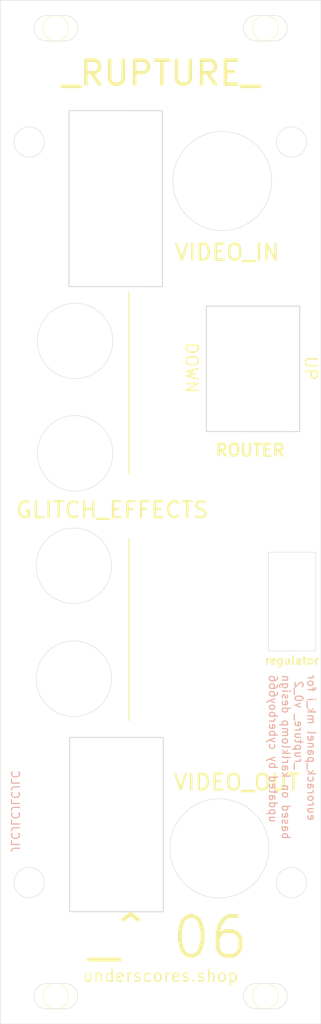
<source format=kicad_pcb>
(kicad_pcb (version 20211014) (generator pcbnew)

  (general
    (thickness 1.6)
  )

  (paper "A4")
  (title_block
    (title "_rupture_")
    (date "2022-02-22")
    (rev "v0_2")
    (company "updated by cyberboy666")
    (comment 1 "based on karlklomp design")
    (comment 2 "CC-BY-SA")
  )

  (layers
    (0 "F.Cu" signal)
    (31 "B.Cu" signal)
    (32 "B.Adhes" user "B.Adhesive")
    (33 "F.Adhes" user "F.Adhesive")
    (34 "B.Paste" user)
    (35 "F.Paste" user)
    (36 "B.SilkS" user "B.Silkscreen")
    (37 "F.SilkS" user "F.Silkscreen")
    (38 "B.Mask" user)
    (39 "F.Mask" user)
    (40 "Dwgs.User" user "User.Drawings")
    (41 "Cmts.User" user "User.Comments")
    (42 "Eco1.User" user "User.Eco1")
    (43 "Eco2.User" user "User.Eco2")
    (44 "Edge.Cuts" user)
    (45 "Margin" user)
    (46 "B.CrtYd" user "B.Courtyard")
    (47 "F.CrtYd" user "F.Courtyard")
    (48 "B.Fab" user)
    (49 "F.Fab" user)
  )

  (setup
    (pad_to_mask_clearance 0.051)
    (solder_mask_min_width 0.25)
    (pcbplotparams
      (layerselection 0x0001020_7ffffffe)
      (disableapertmacros false)
      (usegerberextensions false)
      (usegerberattributes false)
      (usegerberadvancedattributes false)
      (creategerberjobfile false)
      (svguseinch false)
      (svgprecision 6)
      (excludeedgelayer false)
      (plotframeref false)
      (viasonmask false)
      (mode 1)
      (useauxorigin false)
      (hpglpennumber 1)
      (hpglpenspeed 20)
      (hpglpendiameter 15.000000)
      (dxfpolygonmode true)
      (dxfimperialunits true)
      (dxfusepcbnewfont true)
      (psnegative false)
      (psa4output false)
      (plotreference true)
      (plotvalue false)
      (plotinvisibletext false)
      (sketchpadsonfab false)
      (subtractmaskfromsilk false)
      (outputformat 3)
      (mirror false)
      (drillshape 0)
      (scaleselection 1)
      (outputdirectory "./rupture_v0_2_eurorack_panel_mk_i")
    )
  )

  (net 0 "")

  (gr_line (start 86.05 105.2) (end 86.05 82.35) (layer "F.SilkS") (width 0.12) (tstamp 3ea84e67-fb70-4e10-b9af-703cae8c257f))
  (gr_line (start 86.05 136.15) (end 86.05 113.3) (layer "F.SilkS") (width 0.12) (tstamp 90bc3e22-e102-4aee-9438-696802836807))
  (gr_circle (center 103.2 49.2) (end 104.8 49.2) (layer "F.SilkS") (width 0.05) (fill none) (tstamp 951b30ef-316f-4d04-820b-ef906e6776e1))
  (gr_circle (center 76.85 49.2) (end 78.45 49.2) (layer "F.SilkS") (width 0.05) (fill none) (tstamp c2a1356f-f367-410f-ad60-875d84d774c2))
  (gr_circle (center 76.85 170.75) (end 78.45 170.75) (layer "F.SilkS") (width 0.05) (fill none) (tstamp c4f1fc4a-b8ec-404c-98e6-1ad76778d077))
  (gr_circle (center 103.2 170.75) (end 104.8 170.75) (layer "F.SilkS") (width 0.05) (fill none) (tstamp d73f75ca-4cf8-4421-bc46-5a0c92b28801))
  (gr_circle (center 97.789641 68.39) (end 93.959641 73.291425) (layer "Edge.Cuts") (width 0.05) (fill none) (tstamp 00000000-0000-0000-0000-00006216a417))
  (gr_circle (center 79.11 130.889771) (end 74.94 133.143851) (layer "Edge.Cuts") (width 0.05) (fill none) (tstamp 00000000-0000-0000-0000-000062170556))
  (gr_circle (center 79.27 102.589771) (end 75.1 104.843851) (layer "Edge.Cuts") (width 0.05) (fill none) (tstamp 00000000-0000-0000-0000-000062170558))
  (gr_circle (center 79.27 88.479771) (end 75.1 90.733851) (layer "Edge.Cuts") (width 0.05) (fill none) (tstamp 00000000-0000-0000-0000-00006217055a))
  (gr_line (start 95.78 84.1) (end 107.54 84.1) (layer "Edge.Cuts") (width 0.1) (tstamp 00000000-0000-0000-0000-000062170988))
  (gr_line (start 95.78 90.73) (end 95.78 84.1) (layer "Edge.Cuts") (width 0.1) (tstamp 00000000-0000-0000-0000-000062170989))
  (gr_line (start 107.54 84.1) (end 107.54 90.74) (layer "Edge.Cuts") (width 0.1) (tstamp 00000000-0000-0000-0000-00006217098a))
  (gr_line (start 90.26 59.56) (end 90.26 75.05) (layer "Edge.Cuts") (width 0.1) (tstamp 00000000-0000-0000-0000-000062170990))
  (gr_line (start 78.5 59.55) (end 90.26 59.56) (layer "Edge.Cuts") (width 0.1) (tstamp 00000000-0000-0000-0000-000062170992))
  (gr_line (start 78.5 66.14) (end 78.5 59.55) (layer "Edge.Cuts") (width 0.1) (tstamp 00000000-0000-0000-0000-000062170993))
  (gr_line (start 78.5 81.65) (end 78.5 66.14) (layer "Edge.Cuts") (width 0.1) (tstamp 00000000-0000-0000-0000-0000621709aa))
  (gr_line (start 90.26 81.66) (end 78.5 81.65) (layer "Edge.Cuts") (width 0.1) (tstamp 00000000-0000-0000-0000-0000621709ab))
  (gr_line (start 90.26 75.05) (end 90.26 81.66) (layer "Edge.Cuts") (width 0.1) (tstamp 00000000-0000-0000-0000-0000621709ac))
  (gr_line (start 78.6 153.53) (end 78.6 138.25) (layer "Edge.Cuts") (width 0.1) (tstamp 00000000-0000-0000-0000-0000621709b3))
  (gr_line (start 90.36 138.26) (end 90.36 153.54) (layer "Edge.Cuts") (width 0.1) (tstamp 00000000-0000-0000-0000-0000621709b4))
  (gr_line (start 78.6 138.25) (end 90.36 138.26) (layer "Edge.Cuts") (width 0.1) (tstamp 00000000-0000-0000-0000-0000621709b5))
  (gr_line (start 78.6 160.15) (end 78.6 153.53) (layer "Edge.Cuts") (width 0.1) (tstamp 00000000-0000-0000-0000-0000621709c2))
  (gr_line (start 90.36 153.54) (end 90.36 160.16) (layer "Edge.Cuts") (width 0.1) (tstamp 00000000-0000-0000-0000-0000621709c3))
  (gr_line (start 90.36 160.16) (end 78.6 160.15) (layer "Edge.Cuts") (width 0.1) (tstamp 00000000-0000-0000-0000-0000621709c4))
  (gr_arc (start 104.35 47.6) (mid 105.95 49.2) (end 104.35 50.8) (layer "Edge.Cuts") (width 0.05) (tstamp 09a4d9e5-b84d-41b2-adc9-afda642b9789))
  (gr_line (start 78 172.35) (end 75.7 172.35) (layer "Edge.Cuts") (width 0.05) (tstamp 0beb5b6f-f4e8-40fe-bf0a-3d2d188a75cd))
  (gr_line (start 110.2 174.25) (end 110.2 45.682234) (layer "Edge.Cuts") (width 0.05) (tstamp 1626ee28-ac78-4679-b7d2-8b55cddb73a3))
  (gr_circle (center 79.11 116.71592) (end 74.94 118.97) (layer "Edge.Cuts") (width 0.05) (fill none) (tstamp 1df2ef64-9b2f-4c04-a64d-35583c95f01a))
  (gr_line (start 69.85 45.682234) (end 110.2 45.682234) (layer "Edge.Cuts") (width 0.05) (tstamp 1ed13bab-647b-45c1-adf1-72488e89eba2))
  (gr_line (start 103.6 127.4) (end 109.55 127.4) (layer "Edge.Cuts") (width 0.05) (tstamp 2f4c673a-4ed8-4bc4-85bd-ea4e59b33318))
  (gr_line (start 103.6 115) (end 103.6 127.4) (layer "Edge.Cuts") (width 0.05) (tstamp 33791771-085b-453e-a681-23dc4538391b))
  (gr_arc (start 75.7 172.35) (mid 74.1 170.75) (end 75.7 169.15) (layer "Edge.Cuts") (width 0.05) (tstamp 341c7da5-4459-4673-a222-859fe633c5ac))
  (gr_line (start 104.35 47.6) (end 102.05 47.6) (layer "Edge.Cuts") (width 0.05) (tstamp 48cdbfab-9321-45b6-915e-2ffa571aa5bc))
  (gr_arc (start 78 47.6) (mid 79.6 49.2) (end 78 50.8) (layer "Edge.Cuts") (width 0.05) (tstamp 75e69dc6-220f-45e5-ba2e-1e9d84036482))
  (gr_line (start 78 50.8) (end 75.7 50.8) (layer "Edge.Cuts") (width 0.05) (tstamp 76b6e2be-ce01-4564-b418-c6d1f35c1779))
  (gr_line (start 107.54 99.86) (end 95.78 99.85) (layer "Edge.Cuts") (width 0.1) (tstamp 807bfcca-b396-4263-91d5-a23e4d1a081a))
  (gr_line (start 78 169.15) (end 75.7 169.15) (layer "Edge.Cuts") (width 0.05) (tstamp 807f3a7e-33d8-4f69-8335-7e7a4cea791a))
  (gr_line (start 104.35 169.15) (end 102.05 169.15) (layer "Edge.Cuts") (width 0.05) (tstamp 9517f5f1-ca58-4275-abac-bb6abeb200d7))
  (gr_arc (start 104.35 169.15) (mid 105.95 170.75) (end 104.35 172.35) (layer "Edge.Cuts") (width 0.05) (tstamp 957d18aa-4eac-450d-ab5d-5951f461c938))
  (gr_circle (center 97.42 152.188575) (end 93.59 157.09) (layer "Edge.Cuts") (width 0.05) (fill none) (tstamp 9777de80-8e8b-40f4-8822-1093e36c38bc))
  (gr_line (start 69.85 174.25) (end 69.85 45.682234) (layer "Edge.Cuts") (width 0.05) (tstamp 9940e1db-a7b9-442f-8f5e-70bca9b8ef75))
  (gr_arc (start 75.7 50.8) (mid 74.1 49.2) (end 75.7 47.6) (layer "Edge.Cuts") (width 0.05) (tstamp ae4cbaea-800a-4d71-881d-d6bf00045180))
  (gr_line (start 110.2 174.25) (end 69.85 174.25) (layer "Edge.Cuts") (width 0.05) (tstamp af34fe43-486c-4254-a4a2-5fc9de74de33))
  (gr_circle (center 73.5 156.5) (end 73.5 158.4) (layer "Edge.Cuts") (width 0.05) (fill none) (tstamp b3663cf6-3ad3-4e1f-9bc1-bdffaaf6d706))
  (gr_arc (start 102.05 50.8) (mid 100.45 49.2) (end 102.05 47.6) (layer "Edge.Cuts") (width 0.05) (tstamp b689c473-36bb-4c8b-96b3-8c4563191906))
  (gr_circle (center 73.5 63.5) (end 73.5 65.4) (layer "Edge.Cuts") (width 0.05) (fill none) (tstamp b7ed2234-a940-4d91-9f54-9c4403d62b46))
  (gr_line (start 109.55 115) (end 109.55 127.4) (layer "Edge.Cuts") (width 0.05) (tstamp c49986d9-43d6-467b-833a-a0305287edbf))
  (gr_line (start 103.6 115) (end 109.55 115) (layer "Edge.Cuts") (width 0.05) (tstamp cee30252-1390-424c-809f-a41a6fe32299))
  (gr_line (start 78 47.6) (end 75.7 47.6) (layer "Edge.Cuts") (width 0.05) (tstamp dbe5aa63-a5ab-42d9-98a9-b711e99661f8))
  (gr_line (start 95.78 99.85) (end 95.78 90.73) (layer "Edge.Cuts") (width 0.1) (tstamp dc5694f5-559c-44fa-a029-6de8559a2683))
  (gr_line (start 104.35 172.35) (end 102.05 172.35) (layer "Edge.Cuts") (width 0.05) (tstamp eb51fe8a-c98a-48dc-8943-cd89a59a2df6))
  (gr_circle (center 106.5 156.5) (end 106.5 158.4) (layer "Edge.Cuts") (width 0.05) (fill none) (tstamp ee3f0ef1-e95b-4e2f-b49f-759c638adccc))
  (gr_arc (start 102.05 172.35) (mid 100.45 170.75) (end 102.05 169.15) (layer "Edge.Cuts") (width 0.05) (tstamp f68bf4a9-cadb-4740-9782-e7a06d16457e))
  (gr_arc (start 78 169.15) (mid 79.6 170.75) (end 78 172.35) (layer "Edge.Cuts") (width 0.05) (tstamp f7adaeb7-1e28-4f00-b92d-457bebbb8db9))
  (gr_line (start 107.54 90.74) (end 107.54 99.86) (layer "Edge.Cuts") (width 0.1) (tstamp fc3cb2c3-855e-4557-9b4b-ba765112b53b))
  (gr_circle (center 106.5 63.5) (end 106.5 65.4) (layer "Edge.Cuts") (width 0.05) (fill none) (tstamp fe1b9e13-b277-44d0-8a2b-26a510fca7ec))
  (gr_line (start 104.35 50.8) (end 102.05 50.8) (layer "Edge.Cuts") (width 0.05) (tstamp fe3c031f-573c-494d-b43b-45f167882020))
  (gr_text "eurorack_panel mk_i for\n_rupture_ v0_2 \nbased on karlklomp design\nupdated by cyberboy666" (at 106.6 130.3 270) (layer "B.SilkS") (tstamp 0320ca39-d507-4f27-95fb-d8d531dc2835)
    (effects (font (size 1 1) (thickness 0.15)) (justify right mirror))
  )
  (gr_text "JLCJLCJLCJLC" (at 71.73 147.56 270) (layer "B.SilkS") (tstamp 23dd6d50-63e5-4f88-baab-e34d39d15ddd)
    (effects (font (size 1 1) (thickness 0.15)) (justify mirror))
  )
  (gr_text "_^ 06" (at 80.7 163.3925) (layer "F.SilkS") (tstamp 00000000-0000-0000-0000-0000605d6ac9)
    (effects (font (size 5 5) (thickness 0.5)) (justify left))
  )
  (gr_text "VIDEO_IN" (at 98.4 77.35) (layer "F.SilkS") (tstamp 00000000-0000-0000-0000-000060c9c5f0)
    (effects (font (size 2 2) (thickness 0.3)))
  )
  (gr_text "regulator" (at 106.55 128.6) (layer "F.SilkS") (tstamp 00000000-0000-0000-0000-000060c9c627)
    (effects (font (size 1 1) (thickness 0.2)))
  )
  (gr_text "ROUTER" (at 101.3 102.2) (layer "F.SilkS") (tstamp 00000000-0000-0000-0000-000060c9ce97)
    (effects (font (size 1.5 1.5) (thickness 0.3)))
  )
  (gr_text "UP" (at 108.95 91.9 270) (layer "F.SilkS") (tstamp 6c647979-4837-4bc2-953b-e194fe2f55f9)
    (effects (font (size 1.5 1.5) (thickness 0.2)))
  )
  (gr_text "VIDEO_OUT" (at 99.6 143.9) (layer "F.SilkS") (tstamp 7e46751e-1f40-4deb-b148-f3d46d02d33b)
    (effects (font (size 2 2) (thickness 0.3)))
  )
  (gr_text "underscores.shop" (at 80.1 168.1925) (layer "F.SilkS") (tstamp 864569f8-0d5f-419a-bc7f-ed1ee6cd09e2)
    (effects (font (size 1.5 1.5) (thickness 0.2)) (justify left))
  )
  (gr_text "GLITCH_EFFECTS" (at 83.95 109.7) (layer "F.SilkS") (tstamp 9679fdcc-71a4-4233-906f-c45e15548e14)
    (effects (font (size 2 2) (thickness 0.3)))
  )
  (gr_text "_RUPTURE_" (at 90.05 54.85) (layer "F.SilkS") (tstamp bce6250f-da5d-4653-9b81-69ee52b7f2f1)
    (effects (font (size 3 3) (thickness 0.45)))
  )
  (gr_text "DOWN" (at 93.95 91.85 270) (layer "F.SilkS") (tstamp cdd44b32-ea26-4fe4-ba2a-ce2d2d317a6e)
    (effects (font (size 1.5 1.5) (thickness 0.2)))
  )

)

</source>
